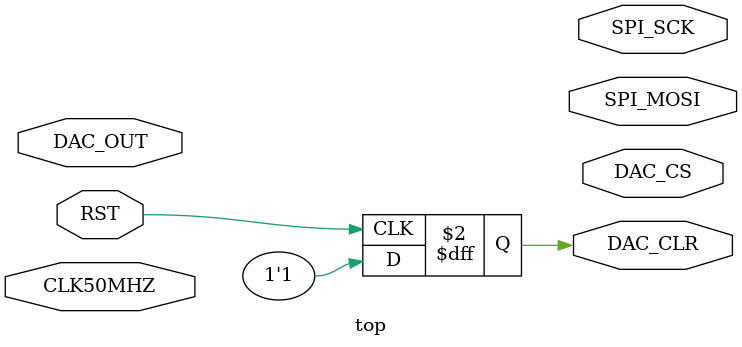
<source format=v>
`timescale 1ns / 1ps
module top(
	 input CLK50MHZ,
	 input RST,
	 output reg SPI_MOSI,
	 output reg SPI_SCK,
	 output reg DAC_CS,
	 output reg DAC_CLR,
	 input DAC_OUT
    );

always @(negedge RST) begin
	DAC_CLR = 1'b1;
end

endmodule

</source>
